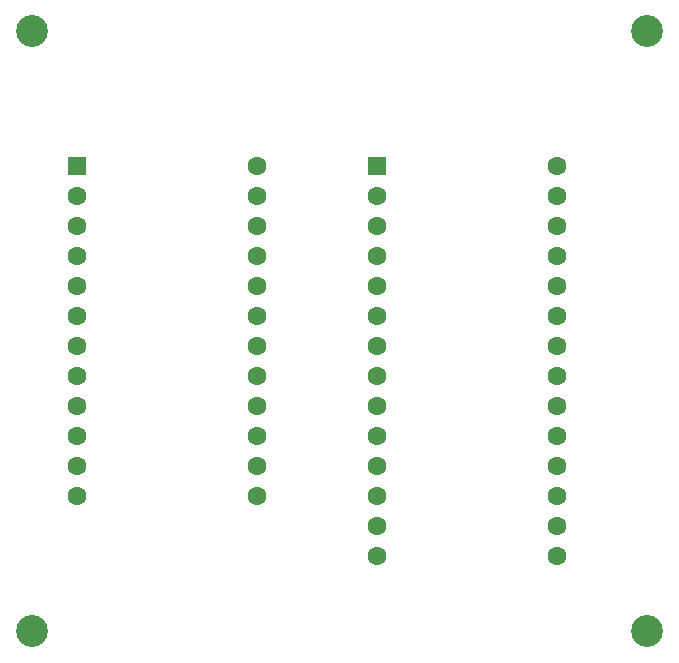
<source format=gbs>
%TF.GenerationSoftware,KiCad,Pcbnew,9.0.2+1*%
%TF.CreationDate,2025-07-10T03:03:21+09:00*%
%TF.ProjectId,romext-2364,726f6d65-7874-42d3-9233-36342e6b6963,1.0*%
%TF.SameCoordinates,Original*%
%TF.FileFunction,Soldermask,Bot*%
%TF.FilePolarity,Negative*%
%FSLAX46Y46*%
G04 Gerber Fmt 4.6, Leading zero omitted, Abs format (unit mm)*
G04 Created by KiCad (PCBNEW 9.0.2+1) date 2025-07-10 03:03:21*
%MOMM*%
%LPD*%
G01*
G04 APERTURE LIST*
G04 Aperture macros list*
%AMRoundRect*
0 Rectangle with rounded corners*
0 $1 Rounding radius*
0 $2 $3 $4 $5 $6 $7 $8 $9 X,Y pos of 4 corners*
0 Add a 4 corners polygon primitive as box body*
4,1,4,$2,$3,$4,$5,$6,$7,$8,$9,$2,$3,0*
0 Add four circle primitives for the rounded corners*
1,1,$1+$1,$2,$3*
1,1,$1+$1,$4,$5*
1,1,$1+$1,$6,$7*
1,1,$1+$1,$8,$9*
0 Add four rect primitives between the rounded corners*
20,1,$1+$1,$2,$3,$4,$5,0*
20,1,$1+$1,$4,$5,$6,$7,0*
20,1,$1+$1,$6,$7,$8,$9,0*
20,1,$1+$1,$8,$9,$2,$3,0*%
G04 Aperture macros list end*
%ADD10RoundRect,0.250000X-0.550000X-0.550000X0.550000X-0.550000X0.550000X0.550000X-0.550000X0.550000X0*%
%ADD11C,1.600000*%
%ADD12C,2.700000*%
G04 APERTURE END LIST*
D10*
%TO.C,J1*%
X101600000Y-50800000D03*
D11*
X101600000Y-53340000D03*
X101600000Y-55880000D03*
X101600000Y-58420000D03*
X101600000Y-60960000D03*
X101600000Y-63500000D03*
X101600000Y-66040000D03*
X101600000Y-68580000D03*
X101600000Y-71120000D03*
X101600000Y-73660000D03*
X101600000Y-76200000D03*
X101600000Y-78740000D03*
X116840000Y-78740000D03*
X116840000Y-76200000D03*
X116840000Y-73660000D03*
X116840000Y-71120000D03*
X116840000Y-68580000D03*
X116840000Y-66040000D03*
X116840000Y-63500000D03*
X116840000Y-60960000D03*
X116840000Y-58420000D03*
X116840000Y-55880000D03*
X116840000Y-53340000D03*
X116840000Y-50800000D03*
%TD*%
D12*
%TO.C,REF\u002A\u002A*%
X149860000Y-39370000D03*
%TD*%
%TO.C,REF\u002A\u002A*%
X149860000Y-90170000D03*
%TD*%
%TO.C,REF\u002A\u002A*%
X97790000Y-90170000D03*
%TD*%
D10*
%TO.C,U1*%
X127000000Y-50800000D03*
D11*
X127000000Y-53340000D03*
X127000000Y-55880000D03*
X127000000Y-58420000D03*
X127000000Y-60960000D03*
X127000000Y-63500000D03*
X127000000Y-66040000D03*
X127000000Y-68580000D03*
X127000000Y-71120000D03*
X127000000Y-73660000D03*
X127000000Y-76200000D03*
X127000000Y-78740000D03*
X127000000Y-81280000D03*
X127000000Y-83820000D03*
X142240000Y-83820000D03*
X142240000Y-81280000D03*
X142240000Y-78740000D03*
X142240000Y-76200000D03*
X142240000Y-73660000D03*
X142240000Y-71120000D03*
X142240000Y-68580000D03*
X142240000Y-66040000D03*
X142240000Y-63500000D03*
X142240000Y-60960000D03*
X142240000Y-58420000D03*
X142240000Y-55880000D03*
X142240000Y-53340000D03*
X142240000Y-50800000D03*
%TD*%
D12*
%TO.C,REF\u002A\u002A*%
X97790000Y-39370000D03*
%TD*%
M02*

</source>
